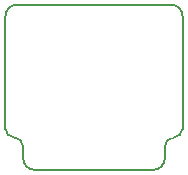
<source format=gbr>
G04 #@! TF.FileFunction,Profile,NP*
%FSLAX46Y46*%
G04 Gerber Fmt 4.6, Leading zero omitted, Abs format (unit mm)*
G04 Created by KiCad (PCBNEW (2015-08-03 BZR 6047)-product) date Mon 05 Oct 2015 04:51:26 PM CEST*
%MOMM*%
G01*
G04 APERTURE LIST*
%ADD10C,0.100000*%
%ADD11C,0.150000*%
G04 APERTURE END LIST*
D10*
D11*
X100000000Y-96500000D02*
X100000000Y-87000000D01*
X115000000Y-96500000D02*
X115000000Y-87000000D01*
X114000000Y-86000000D02*
X101000000Y-86000000D01*
X115000000Y-87000000D02*
G75*
G03X114000000Y-86000000I-1000000J0D01*
G01*
X101000000Y-86000000D02*
G75*
G03X100000000Y-87000000I0J-1000000D01*
G01*
X100000000Y-96500000D02*
G75*
G03X100750000Y-97250000I750000J0D01*
G01*
X101500000Y-98000000D02*
G75*
G03X100750000Y-97250000I-750000J0D01*
G01*
X114250000Y-97250000D02*
G75*
G03X115000000Y-96500000I0J750000D01*
G01*
X114250000Y-97250000D02*
G75*
G03X113500000Y-98000000I0J-750000D01*
G01*
X113500000Y-99000000D02*
X113500000Y-98000000D01*
X112500000Y-100000000D02*
G75*
G03X113500000Y-99000000I0J1000000D01*
G01*
X101500000Y-99000000D02*
G75*
G03X102500000Y-100000000I1000000J0D01*
G01*
X102500000Y-100000000D02*
X112500000Y-100000000D01*
X101500000Y-99000000D02*
X101500000Y-98000000D01*
M02*

</source>
